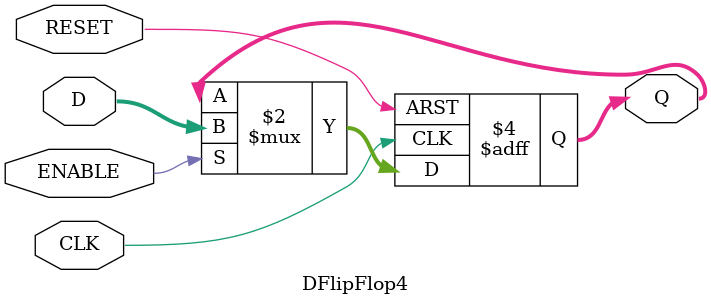
<source format=sv>
module DFlipFlop4 (
    input wire [3:0] D,
    input wire CLK,
    input wire ENABLE,
    input wire RESET,
    output reg [3:0] Q
);
    always_ff @( posedge CLK, posedge RESET) begin
        if (RESET)
            Q <= 4'b0;
        else if (ENABLE)
            Q <= D;
    end
endmodule

</source>
